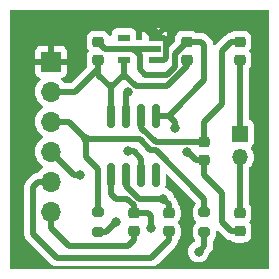
<source format=gtl>
%TF.GenerationSoftware,KiCad,Pcbnew,7.0.9*%
%TF.CreationDate,2024-04-03T22:09:18+09:00*%
%TF.ProjectId,max31855,6d617833-3138-4353-952e-6b696361645f,rev?*%
%TF.SameCoordinates,Original*%
%TF.FileFunction,Copper,L1,Top*%
%TF.FilePolarity,Positive*%
%FSLAX46Y46*%
G04 Gerber Fmt 4.6, Leading zero omitted, Abs format (unit mm)*
G04 Created by KiCad (PCBNEW 7.0.9) date 2024-04-03 22:09:18*
%MOMM*%
%LPD*%
G01*
G04 APERTURE LIST*
G04 Aperture macros list*
%AMRoundRect*
0 Rectangle with rounded corners*
0 $1 Rounding radius*
0 $2 $3 $4 $5 $6 $7 $8 $9 X,Y pos of 4 corners*
0 Add a 4 corners polygon primitive as box body*
4,1,4,$2,$3,$4,$5,$6,$7,$8,$9,$2,$3,0*
0 Add four circle primitives for the rounded corners*
1,1,$1+$1,$2,$3*
1,1,$1+$1,$4,$5*
1,1,$1+$1,$6,$7*
1,1,$1+$1,$8,$9*
0 Add four rect primitives between the rounded corners*
20,1,$1+$1,$2,$3,$4,$5,0*
20,1,$1+$1,$4,$5,$6,$7,0*
20,1,$1+$1,$6,$7,$8,$9,0*
20,1,$1+$1,$8,$9,$2,$3,0*%
G04 Aperture macros list end*
%TA.AperFunction,SMDPad,CuDef*%
%ADD10RoundRect,0.150000X-0.150000X0.825000X-0.150000X-0.825000X0.150000X-0.825000X0.150000X0.825000X0*%
%TD*%
%TA.AperFunction,SMDPad,CuDef*%
%ADD11RoundRect,0.225000X0.250000X-0.225000X0.250000X0.225000X-0.250000X0.225000X-0.250000X-0.225000X0*%
%TD*%
%TA.AperFunction,SMDPad,CuDef*%
%ADD12RoundRect,0.225000X-0.250000X0.225000X-0.250000X-0.225000X0.250000X-0.225000X0.250000X0.225000X0*%
%TD*%
%TA.AperFunction,ComponentPad*%
%ADD13R,1.350000X1.350000*%
%TD*%
%TA.AperFunction,ComponentPad*%
%ADD14O,1.350000X1.350000*%
%TD*%
%TA.AperFunction,ComponentPad*%
%ADD15R,1.700000X1.700000*%
%TD*%
%TA.AperFunction,ComponentPad*%
%ADD16O,1.700000X1.700000*%
%TD*%
%TA.AperFunction,SMDPad,CuDef*%
%ADD17RoundRect,0.218750X0.256250X-0.218750X0.256250X0.218750X-0.256250X0.218750X-0.256250X-0.218750X0*%
%TD*%
%TA.AperFunction,SMDPad,CuDef*%
%ADD18R,1.100000X0.600000*%
%TD*%
%TA.AperFunction,SMDPad,CuDef*%
%ADD19RoundRect,0.200000X0.275000X-0.200000X0.275000X0.200000X-0.275000X0.200000X-0.275000X-0.200000X0*%
%TD*%
%TA.AperFunction,ViaPad*%
%ADD20C,0.800000*%
%TD*%
%TA.AperFunction,Conductor*%
%ADD21C,0.500000*%
%TD*%
G04 APERTURE END LIST*
D10*
%TO.P,U1,1,GND*%
%TO.N,GND*%
X122905000Y-109025000D03*
%TO.P,U1,2,T-*%
%TO.N,Net-(U1-T-)*%
X121635000Y-109025000D03*
%TO.P,U1,3,T+*%
%TO.N,Net-(U1-T+)*%
X120365000Y-109025000D03*
%TO.P,U1,4,VCC*%
%TO.N,+3.3V*%
X119095000Y-109025000D03*
%TO.P,U1,5,SCK*%
%TO.N,Net-(D2-A)*%
X119095000Y-113975000D03*
%TO.P,U1,6,/CS*%
%TO.N,Net-(D1-A)*%
X120365000Y-113975000D03*
%TO.P,U1,7,DO*%
%TO.N,Net-(J1-Pin_4)*%
X121635000Y-113975000D03*
%TO.P,U1,8*%
%TO.N,N/C*%
X122905000Y-113975000D03*
%TD*%
D11*
%TO.P,FB2,1*%
%TO.N,Net-(U1-T+)*%
X130000000Y-118775000D03*
%TO.P,FB2,2*%
%TO.N,Net-(J2-Pin_2)*%
X130000000Y-117225000D03*
%TD*%
D12*
%TO.P,FB1,1*%
%TO.N,Net-(U1-T-)*%
X130000000Y-102725000D03*
%TO.P,FB1,2*%
%TO.N,Net-(J2-Pin_1)*%
X130000000Y-104275000D03*
%TD*%
%TO.P,C3,1*%
%TO.N,Net-(U1-T-)*%
X127000000Y-111225000D03*
%TO.P,C3,2*%
%TO.N,Net-(U1-T+)*%
X127000000Y-112775000D03*
%TD*%
D11*
%TO.P,C2,1*%
%TO.N,+3.3V*%
X125500000Y-104275000D03*
%TO.P,C2,2*%
%TO.N,GND*%
X125500000Y-102725000D03*
%TD*%
%TO.P,C1,1*%
%TO.N,+3.3V*%
X118000000Y-104275000D03*
%TO.P,C1,2*%
%TO.N,GND*%
X118000000Y-102725000D03*
%TD*%
D13*
%TO.P,J2,1,Pin_1*%
%TO.N,Net-(J2-Pin_1)*%
X130000000Y-110500000D03*
D14*
%TO.P,J2,2,Pin_2*%
%TO.N,Net-(J2-Pin_2)*%
X130000000Y-112500000D03*
%TD*%
D15*
%TO.P,J1,1,Pin_1*%
%TO.N,+5V*%
X114000000Y-104420000D03*
D16*
%TO.P,J1,2,Pin_2*%
%TO.N,+3.3V*%
X114000000Y-106960000D03*
%TO.P,J1,3,Pin_3*%
%TO.N,GND*%
X114000000Y-109500000D03*
%TO.P,J1,4,Pin_4*%
%TO.N,Net-(J1-Pin_4)*%
X114000000Y-112040000D03*
%TO.P,J1,5,Pin_5*%
%TO.N,Net-(D1-K)*%
X114000000Y-114580000D03*
%TO.P,J1,6,Pin_6*%
%TO.N,Net-(D2-K)*%
X114000000Y-117120000D03*
%TD*%
D17*
%TO.P,D2,1,K*%
%TO.N,Net-(D2-K)*%
X121000000Y-118787500D03*
%TO.P,D2,2,A*%
%TO.N,Net-(D2-A)*%
X121000000Y-117212500D03*
%TD*%
%TO.P,D1,1,K*%
%TO.N,Net-(D1-K)*%
X124000000Y-118787500D03*
%TO.P,D1,2,A*%
%TO.N,Net-(D1-A)*%
X124000000Y-117212500D03*
%TD*%
D18*
%TO.P,U2,1,VIN*%
%TO.N,+5V*%
X122770000Y-104293000D03*
%TO.P,U2,2,GND*%
%TO.N,GND*%
X122770000Y-103327800D03*
%TO.P,U2,3,EN*%
%TO.N,+5V*%
X122770000Y-102388000D03*
%TO.P,U2,4,BYP*%
%TO.N,unconnected-(U2-BYP-Pad4)*%
X120179200Y-102388000D03*
%TO.P,U2,5,VOUT*%
%TO.N,+3.3V*%
X120179200Y-104293000D03*
%TD*%
D19*
%TO.P,R2,1*%
%TO.N,Net-(D2-A)*%
X127000000Y-118825000D03*
%TO.P,R2,2*%
%TO.N,GND*%
X127000000Y-117175000D03*
%TD*%
%TO.P,R1,1*%
%TO.N,Net-(D1-A)*%
X118000000Y-118825000D03*
%TO.P,R1,2*%
%TO.N,GND*%
X118000000Y-117175000D03*
%TD*%
D20*
%TO.N,GND*%
X124500000Y-110000000D03*
X117000000Y-111000000D03*
%TO.N,Net-(J1-Pin_4)*%
X120500000Y-112000000D03*
X116500000Y-114000000D03*
%TO.N,Net-(D1-A)*%
X119500000Y-118000000D03*
X123500000Y-116000000D03*
%TO.N,Net-(D2-A)*%
X122500000Y-118500000D03*
X126500000Y-120500000D03*
%TO.N,Net-(U1-T+)*%
X125500000Y-112074500D03*
X120483512Y-107016488D03*
%TD*%
D21*
%TO.N,GND*%
X124500000Y-109550000D02*
X123975000Y-109025000D01*
X124500000Y-110000000D02*
X124500000Y-109550000D01*
%TO.N,Net-(J1-Pin_4)*%
X121635000Y-112635000D02*
X121635000Y-113975000D01*
X121000000Y-112000000D02*
X121635000Y-112635000D01*
X120500000Y-112000000D02*
X121000000Y-112000000D01*
X115960000Y-114000000D02*
X116500000Y-114000000D01*
X114000000Y-112040000D02*
X115960000Y-114000000D01*
%TO.N,Net-(D1-A)*%
X118000000Y-118825000D02*
X118675000Y-118825000D01*
X118675000Y-118825000D02*
X119500000Y-118000000D01*
X120365000Y-114949999D02*
X121415001Y-116000000D01*
X121415001Y-116000000D02*
X123500000Y-116000000D01*
X120365000Y-113975000D02*
X120365000Y-114949999D01*
%TO.N,Net-(D2-A)*%
X122500000Y-118500000D02*
X122500000Y-117500000D01*
X122500000Y-117500000D02*
X122212500Y-117212500D01*
X122212500Y-117212500D02*
X121000000Y-117212500D01*
X127000000Y-120000000D02*
X126500000Y-120500000D01*
X127000000Y-118825000D02*
X127000000Y-120000000D01*
%TO.N,GND*%
X123975000Y-109025000D02*
X125000000Y-108000000D01*
%TO.N,Net-(U1-T+)*%
X126275000Y-112775000D02*
X127000000Y-112775000D01*
X125574500Y-112074500D02*
X126275000Y-112775000D01*
X125500000Y-112074500D02*
X125574500Y-112074500D01*
X120483512Y-107016488D02*
X120365000Y-107135000D01*
X120365000Y-109025000D02*
X120365000Y-107135000D01*
%TO.N,GND*%
X115500000Y-109500000D02*
X114000000Y-109500000D01*
X121500000Y-111000000D02*
X117000000Y-111000000D01*
X117000000Y-111000000D02*
X115500000Y-109500000D01*
X122425000Y-111925000D02*
X121500000Y-111000000D01*
X122925000Y-111925000D02*
X122425000Y-111925000D01*
%TO.N,Net-(D1-K)*%
X112920000Y-114580000D02*
X114000000Y-114580000D01*
X112500000Y-115000000D02*
X112920000Y-114580000D01*
X112500000Y-119000000D02*
X112500000Y-115000000D01*
X114500000Y-121000000D02*
X112500000Y-119000000D01*
X124000000Y-119500000D02*
X122500000Y-121000000D01*
X124000000Y-118787500D02*
X124000000Y-119500000D01*
X122500000Y-121000000D02*
X114500000Y-121000000D01*
%TO.N,Net-(D2-K)*%
X115500000Y-120000000D02*
X114000000Y-118500000D01*
X114000000Y-118500000D02*
X114000000Y-117120000D01*
X121000000Y-119500000D02*
X120500000Y-120000000D01*
X120500000Y-120000000D02*
X115500000Y-120000000D01*
X121000000Y-118787500D02*
X121000000Y-119500000D01*
%TO.N,GND*%
X118000000Y-113500000D02*
X117000000Y-112500000D01*
X118000000Y-117175000D02*
X118000000Y-113500000D01*
X117000000Y-112500000D02*
X117000000Y-111000000D01*
X127000000Y-116000000D02*
X122925000Y-111925000D01*
X127000000Y-117175000D02*
X127000000Y-116000000D01*
%TO.N,Net-(D2-A)*%
X120425051Y-116000000D02*
X121000000Y-116574949D01*
X119500000Y-116000000D02*
X120425051Y-116000000D01*
X119095000Y-115595000D02*
X119500000Y-116000000D01*
X121000000Y-116574949D02*
X121000000Y-117212500D01*
X119095000Y-113975000D02*
X119095000Y-115595000D01*
%TO.N,Net-(D1-A)*%
X124000000Y-116500000D02*
X124000000Y-117212500D01*
X123500000Y-116000000D02*
X124000000Y-116500000D01*
%TO.N,GND*%
X123975000Y-109025000D02*
X122905000Y-109025000D01*
X127000000Y-106000000D02*
X123975000Y-109025000D01*
X126725000Y-102725000D02*
X127000000Y-103000000D01*
X127000000Y-103000000D02*
X127000000Y-106000000D01*
X125500000Y-102725000D02*
X126725000Y-102725000D01*
X124470000Y-104840000D02*
X124470000Y-103755000D01*
X124470000Y-103755000D02*
X125500000Y-102725000D01*
X123810000Y-105500000D02*
X124470000Y-104840000D01*
X121500000Y-105000000D02*
X122000000Y-105500000D01*
X120964000Y-103327800D02*
X121500000Y-103863800D01*
X121500000Y-103863800D02*
X121500000Y-105000000D01*
X120500000Y-103327800D02*
X120964000Y-103327800D01*
X122000000Y-105500000D02*
X123810000Y-105500000D01*
%TO.N,+3.3V*%
X123799949Y-106500000D02*
X121168400Y-106500000D01*
X125500000Y-104799949D02*
X123799949Y-106500000D01*
X121168400Y-106500000D02*
X120179200Y-105510800D01*
X125500000Y-104275000D02*
X125500000Y-104799949D01*
%TO.N,Net-(U1-T-)*%
X122860001Y-111225000D02*
X127000000Y-111225000D01*
X121635000Y-109999999D02*
X122860001Y-111225000D01*
X121635000Y-109025000D02*
X121635000Y-109999999D01*
X128500000Y-108000000D02*
X128500000Y-103500000D01*
X127000000Y-109500000D02*
X128500000Y-108000000D01*
X128500000Y-103500000D02*
X129275000Y-102725000D01*
X129275000Y-102725000D02*
X130000000Y-102725000D01*
X127000000Y-111225000D02*
X127000000Y-109500000D01*
%TO.N,Net-(U1-T+)*%
X127000000Y-114000000D02*
X127000000Y-112775000D01*
X128500000Y-115500000D02*
X127000000Y-114000000D01*
X129275000Y-118775000D02*
X128500000Y-118000000D01*
X128500000Y-118000000D02*
X128500000Y-115500000D01*
X130000000Y-118775000D02*
X129275000Y-118775000D01*
%TO.N,Net-(J2-Pin_2)*%
X130000000Y-112500000D02*
X130000000Y-117225000D01*
%TO.N,Net-(J2-Pin_1)*%
X130000000Y-104275000D02*
X130000000Y-110500000D01*
%TO.N,+5V*%
X122000000Y-101000000D02*
X122770000Y-101770000D01*
X117500000Y-101000000D02*
X122000000Y-101000000D01*
X122770000Y-101770000D02*
X122770000Y-102388000D01*
X116500000Y-103500000D02*
X116500000Y-102000000D01*
X116500000Y-102000000D02*
X117500000Y-101000000D01*
X115580000Y-104420000D02*
X116500000Y-103500000D01*
X114000000Y-104420000D02*
X115580000Y-104420000D01*
%TO.N,GND*%
X118602800Y-103327800D02*
X120500000Y-103327800D01*
X120500000Y-103327800D02*
X122770000Y-103327800D01*
%TO.N,+5V*%
X123770000Y-104077800D02*
X123770000Y-102577800D01*
X123770000Y-102577800D02*
X123580200Y-102388000D01*
X123580200Y-102388000D02*
X122770000Y-102388000D01*
X123554800Y-104293000D02*
X123770000Y-104077800D01*
X122770000Y-104293000D02*
X123554800Y-104293000D01*
%TO.N,+3.3V*%
X120179200Y-105510800D02*
X119095000Y-106595000D01*
X120179200Y-104293000D02*
X120179200Y-105510800D01*
X119095000Y-106595000D02*
X119095000Y-109025000D01*
X118000000Y-105000000D02*
X118000000Y-105500000D01*
X118000000Y-105500000D02*
X119095000Y-106595000D01*
X118000000Y-105000000D02*
X118000000Y-104275000D01*
X116040000Y-106960000D02*
X118000000Y-105000000D01*
X114000000Y-106960000D02*
X116040000Y-106960000D01*
%TO.N,GND*%
X118000000Y-102725000D02*
X118602800Y-103327800D01*
%TD*%
%TA.AperFunction,Conductor*%
%TO.N,+5V*%
G36*
X132442539Y-100020185D02*
G01*
X132488294Y-100072989D01*
X132499500Y-100124500D01*
X132499500Y-121875500D01*
X132479815Y-121942539D01*
X132427011Y-121988294D01*
X132375500Y-121999500D01*
X122526747Y-121999500D01*
X122484875Y-121987204D01*
X122460445Y-121998284D01*
X122443122Y-121999500D01*
X114478335Y-121999500D01*
X114447834Y-121990544D01*
X114425658Y-121999084D01*
X114415504Y-121999500D01*
X110624500Y-121999500D01*
X110557461Y-121979815D01*
X110511706Y-121927011D01*
X110500500Y-121875500D01*
X110500500Y-118978025D01*
X111744710Y-118978025D01*
X111749264Y-119030064D01*
X111749500Y-119035470D01*
X111749500Y-119043709D01*
X111753306Y-119076274D01*
X111760000Y-119152791D01*
X111761461Y-119159867D01*
X111761403Y-119159878D01*
X111763034Y-119167237D01*
X111763092Y-119167224D01*
X111764757Y-119174250D01*
X111791025Y-119246424D01*
X111815185Y-119319331D01*
X111818236Y-119325874D01*
X111818182Y-119325898D01*
X111821470Y-119332688D01*
X111821521Y-119332663D01*
X111824761Y-119339113D01*
X111824762Y-119339114D01*
X111824763Y-119339117D01*
X111843644Y-119367824D01*
X111866965Y-119403283D01*
X111907287Y-119468655D01*
X111911766Y-119474319D01*
X111911719Y-119474356D01*
X111916482Y-119480202D01*
X111916528Y-119480164D01*
X111921173Y-119485700D01*
X111977018Y-119538386D01*
X113924267Y-121485634D01*
X113936048Y-121499266D01*
X113950390Y-121518530D01*
X113990420Y-121552119D01*
X113994392Y-121555759D01*
X114000223Y-121561590D01*
X114000222Y-121561590D01*
X114022027Y-121578830D01*
X114025944Y-121581927D01*
X114084786Y-121631302D01*
X114084794Y-121631306D01*
X114090824Y-121635273D01*
X114090790Y-121635323D01*
X114097147Y-121639372D01*
X114097179Y-121639321D01*
X114103319Y-121643108D01*
X114103323Y-121643111D01*
X114138132Y-121659343D01*
X114172941Y-121675575D01*
X114191336Y-121684813D01*
X114241567Y-121710040D01*
X114241569Y-121710040D01*
X114248357Y-121712511D01*
X114248336Y-121712567D01*
X114255455Y-121715042D01*
X114255474Y-121714986D01*
X114262323Y-121717256D01*
X114262326Y-121717256D01*
X114262327Y-121717257D01*
X114337550Y-121732788D01*
X114412279Y-121750500D01*
X114419452Y-121751339D01*
X114419445Y-121751397D01*
X114435736Y-121753062D01*
X114440579Y-121754062D01*
X114444787Y-121756302D01*
X114474725Y-121751552D01*
X114510898Y-121750500D01*
X122436295Y-121750500D01*
X122454264Y-121751808D01*
X122461093Y-121752809D01*
X122482367Y-121762592D01*
X122491812Y-121756523D01*
X122515939Y-121751972D01*
X122518636Y-121751735D01*
X122530069Y-121750735D01*
X122535470Y-121750500D01*
X122543704Y-121750500D01*
X122543709Y-121750500D01*
X122555327Y-121749141D01*
X122576276Y-121746693D01*
X122589028Y-121745577D01*
X122652797Y-121739999D01*
X122652805Y-121739996D01*
X122659866Y-121738539D01*
X122659878Y-121738598D01*
X122667243Y-121736965D01*
X122667229Y-121736906D01*
X122674246Y-121735241D01*
X122674255Y-121735241D01*
X122746423Y-121708974D01*
X122819334Y-121684814D01*
X122819343Y-121684807D01*
X122825882Y-121681760D01*
X122825908Y-121681816D01*
X122832690Y-121678532D01*
X122832663Y-121678478D01*
X122839106Y-121675240D01*
X122839117Y-121675237D01*
X122903283Y-121633034D01*
X122968656Y-121592712D01*
X122968662Y-121592705D01*
X122974325Y-121588229D01*
X122974362Y-121588277D01*
X122980204Y-121583518D01*
X122980164Y-121583471D01*
X122985686Y-121578836D01*
X122985696Y-121578830D01*
X123010904Y-121552111D01*
X123038386Y-121522982D01*
X124234309Y-120327057D01*
X124485638Y-120075727D01*
X124499267Y-120063950D01*
X124518530Y-120049610D01*
X124518532Y-120049606D01*
X124518534Y-120049606D01*
X124536663Y-120027999D01*
X124552113Y-120009585D01*
X124555767Y-120005599D01*
X124561589Y-119999778D01*
X124581928Y-119974054D01*
X124587189Y-119967784D01*
X124631302Y-119915214D01*
X124631304Y-119915209D01*
X124635272Y-119909179D01*
X124635323Y-119909212D01*
X124639369Y-119902860D01*
X124639317Y-119902828D01*
X124643109Y-119896679D01*
X124643111Y-119896677D01*
X124675569Y-119827069D01*
X124710040Y-119758433D01*
X124710043Y-119758417D01*
X124712510Y-119751644D01*
X124712568Y-119751665D01*
X124715043Y-119744546D01*
X124714985Y-119744527D01*
X124717256Y-119737672D01*
X124719770Y-119725499D01*
X124732784Y-119662467D01*
X124750500Y-119587721D01*
X124750500Y-119587720D01*
X124751339Y-119580548D01*
X124751397Y-119580554D01*
X124752163Y-119573061D01*
X124752103Y-119573056D01*
X124752530Y-119568173D01*
X124752709Y-119567712D01*
X124753063Y-119564258D01*
X124754195Y-119558777D01*
X124756054Y-119559161D01*
X124777980Y-119503103D01*
X124788379Y-119491293D01*
X124805353Y-119474319D01*
X124824281Y-119455391D01*
X124912549Y-119312287D01*
X124965436Y-119152685D01*
X124975500Y-119054174D01*
X124975500Y-118520826D01*
X124965436Y-118422315D01*
X124912549Y-118262713D01*
X124912545Y-118262707D01*
X124912544Y-118262704D01*
X124824283Y-118119612D01*
X124824280Y-118119608D01*
X124792353Y-118087681D01*
X124758868Y-118026358D01*
X124763852Y-117956666D01*
X124792353Y-117912319D01*
X124801632Y-117903040D01*
X124824281Y-117880391D01*
X124912549Y-117737287D01*
X124965436Y-117577685D01*
X124975500Y-117479174D01*
X124975500Y-116945826D01*
X124965436Y-116847315D01*
X124912549Y-116687713D01*
X124912545Y-116687707D01*
X124912544Y-116687704D01*
X124824283Y-116544612D01*
X124824280Y-116544608D01*
X124782900Y-116503228D01*
X124749415Y-116441905D01*
X124747418Y-116429930D01*
X124746692Y-116423717D01*
X124746640Y-116423126D01*
X124742700Y-116378089D01*
X124739999Y-116347200D01*
X124738539Y-116340129D01*
X124738597Y-116340116D01*
X124736965Y-116332757D01*
X124736906Y-116332772D01*
X124735242Y-116325753D01*
X124735241Y-116325745D01*
X124708974Y-116253576D01*
X124684814Y-116180666D01*
X124684809Y-116180659D01*
X124681760Y-116174118D01*
X124681815Y-116174091D01*
X124678533Y-116167313D01*
X124678480Y-116167340D01*
X124675235Y-116160880D01*
X124633028Y-116096708D01*
X124592710Y-116031342D01*
X124588234Y-116025682D01*
X124588281Y-116025644D01*
X124583519Y-116019799D01*
X124583474Y-116019838D01*
X124578834Y-116014309D01*
X124578832Y-116014307D01*
X124578830Y-116014304D01*
X124548061Y-115985275D01*
X124522966Y-115961598D01*
X124458365Y-115896998D01*
X124412768Y-115851401D01*
X124382522Y-115802043D01*
X124327179Y-115631716D01*
X124232533Y-115467784D01*
X124105871Y-115327112D01*
X124105870Y-115327111D01*
X123952734Y-115215851D01*
X123952729Y-115215848D01*
X123779807Y-115138857D01*
X123779800Y-115138854D01*
X123772952Y-115137399D01*
X123711471Y-115104204D01*
X123677697Y-115043039D01*
X123679662Y-114981514D01*
X123680668Y-114978052D01*
X123702598Y-114902569D01*
X123705500Y-114865694D01*
X123705500Y-114066229D01*
X123725185Y-113999190D01*
X123777989Y-113953435D01*
X123847147Y-113943491D01*
X123910703Y-113972516D01*
X123917181Y-113978548D01*
X126213181Y-116274548D01*
X126246666Y-116335871D01*
X126249500Y-116362229D01*
X126249500Y-116408480D01*
X126229815Y-116475519D01*
X126213181Y-116496161D01*
X126169531Y-116539810D01*
X126169530Y-116539811D01*
X126081522Y-116685393D01*
X126030913Y-116847807D01*
X126024500Y-116918386D01*
X126024500Y-117431613D01*
X126030913Y-117502192D01*
X126030913Y-117502194D01*
X126030914Y-117502196D01*
X126081522Y-117664606D01*
X126138400Y-117758694D01*
X126169530Y-117810188D01*
X126271661Y-117912319D01*
X126305146Y-117973642D01*
X126300162Y-118043334D01*
X126271661Y-118087681D01*
X126169531Y-118189810D01*
X126169530Y-118189811D01*
X126081522Y-118335393D01*
X126030913Y-118497807D01*
X126024500Y-118568386D01*
X126024500Y-119081613D01*
X126030913Y-119152192D01*
X126030913Y-119152194D01*
X126030914Y-119152196D01*
X126081522Y-119314606D01*
X126136954Y-119406302D01*
X126169530Y-119460188D01*
X126181188Y-119471846D01*
X126214673Y-119533169D01*
X126209689Y-119602861D01*
X126167817Y-119658794D01*
X126143944Y-119672806D01*
X126047267Y-119715850D01*
X126047265Y-119715851D01*
X125894129Y-119827111D01*
X125767466Y-119967785D01*
X125672821Y-120131715D01*
X125672818Y-120131722D01*
X125614327Y-120311740D01*
X125614326Y-120311744D01*
X125594540Y-120500000D01*
X125614326Y-120688256D01*
X125614327Y-120688259D01*
X125672818Y-120868277D01*
X125672821Y-120868284D01*
X125767467Y-121032216D01*
X125894129Y-121172888D01*
X126047265Y-121284148D01*
X126047270Y-121284151D01*
X126220192Y-121361142D01*
X126220197Y-121361144D01*
X126405354Y-121400500D01*
X126405355Y-121400500D01*
X126594644Y-121400500D01*
X126594646Y-121400500D01*
X126779803Y-121361144D01*
X126952730Y-121284151D01*
X127105871Y-121172888D01*
X127232533Y-121032216D01*
X127327179Y-120868284D01*
X127382522Y-120697955D01*
X127412769Y-120648597D01*
X127485642Y-120575724D01*
X127499271Y-120563947D01*
X127518530Y-120549610D01*
X127552101Y-120509601D01*
X127555761Y-120505606D01*
X127561590Y-120499778D01*
X127581941Y-120474039D01*
X127587948Y-120466879D01*
X127631302Y-120415214D01*
X127631306Y-120415205D01*
X127635274Y-120409175D01*
X127635325Y-120409208D01*
X127639372Y-120402856D01*
X127639320Y-120402824D01*
X127643112Y-120396675D01*
X127675575Y-120327058D01*
X127710036Y-120258440D01*
X127710040Y-120258433D01*
X127710042Y-120258421D01*
X127712509Y-120251646D01*
X127712567Y-120251667D01*
X127715043Y-120244546D01*
X127714986Y-120244528D01*
X127717257Y-120237673D01*
X127732792Y-120162434D01*
X127740071Y-120131722D01*
X127750500Y-120087721D01*
X127750500Y-120087710D01*
X127751338Y-120080548D01*
X127751398Y-120080555D01*
X127752164Y-120073055D01*
X127752105Y-120073050D01*
X127752734Y-120065860D01*
X127752678Y-120063950D01*
X127750500Y-119989082D01*
X127750500Y-119591519D01*
X127770185Y-119524480D01*
X127786820Y-119503837D01*
X127805618Y-119485039D01*
X127830472Y-119460185D01*
X127918478Y-119314606D01*
X127969086Y-119152196D01*
X127975500Y-119081616D01*
X127975500Y-118836230D01*
X127995185Y-118769191D01*
X128047989Y-118723436D01*
X128117147Y-118713492D01*
X128180703Y-118742517D01*
X128187181Y-118748549D01*
X128699268Y-119260635D01*
X128711050Y-119274268D01*
X128718407Y-119284151D01*
X128725390Y-119293530D01*
X128765420Y-119327119D01*
X128769392Y-119330759D01*
X128774071Y-119335438D01*
X128775224Y-119336591D01*
X128775227Y-119336594D01*
X128800947Y-119356931D01*
X128859788Y-119406304D01*
X128865818Y-119410270D01*
X128865785Y-119410319D01*
X128872143Y-119414369D01*
X128872175Y-119414319D01*
X128878320Y-119418109D01*
X128878323Y-119418111D01*
X128947936Y-119450572D01*
X129016567Y-119485040D01*
X129016572Y-119485041D01*
X129023361Y-119487513D01*
X129023340Y-119487570D01*
X129030455Y-119490043D01*
X129030475Y-119489986D01*
X129037330Y-119492258D01*
X129112558Y-119507790D01*
X129187279Y-119525500D01*
X129187289Y-119525500D01*
X129194452Y-119526338D01*
X129194444Y-119526397D01*
X129201943Y-119527164D01*
X129201949Y-119527105D01*
X129210843Y-119527883D01*
X129211936Y-119528310D01*
X129216219Y-119529195D01*
X129216067Y-119529926D01*
X129275912Y-119553334D01*
X129287718Y-119563730D01*
X129296955Y-119572967D01*
X129296959Y-119572970D01*
X129441294Y-119661998D01*
X129441297Y-119661999D01*
X129441303Y-119662003D01*
X129602292Y-119715349D01*
X129701655Y-119725500D01*
X130298344Y-119725499D01*
X130298352Y-119725498D01*
X130298355Y-119725498D01*
X130352760Y-119719940D01*
X130397708Y-119715349D01*
X130558697Y-119662003D01*
X130703044Y-119572968D01*
X130822968Y-119453044D01*
X130912003Y-119308697D01*
X130965349Y-119147708D01*
X130975500Y-119048345D01*
X130975499Y-118501656D01*
X130965349Y-118402292D01*
X130912003Y-118241303D01*
X130911999Y-118241297D01*
X130911998Y-118241294D01*
X130822970Y-118096959D01*
X130822967Y-118096955D01*
X130813693Y-118087681D01*
X130780208Y-118026358D01*
X130785192Y-117956666D01*
X130813693Y-117912319D01*
X130822968Y-117903044D01*
X130912003Y-117758697D01*
X130965349Y-117597708D01*
X130975500Y-117498345D01*
X130975499Y-116951656D01*
X130974903Y-116945826D01*
X130965349Y-116852292D01*
X130965348Y-116852289D01*
X130943827Y-116787342D01*
X130912003Y-116691303D01*
X130911999Y-116691297D01*
X130911998Y-116691294D01*
X130822970Y-116546959D01*
X130822967Y-116546955D01*
X130786819Y-116510807D01*
X130753334Y-116449484D01*
X130750500Y-116423126D01*
X130750500Y-113461224D01*
X130770185Y-113394185D01*
X130790962Y-113369587D01*
X130837556Y-113327111D01*
X130872427Y-113295322D01*
X131003712Y-113121472D01*
X131100817Y-112926459D01*
X131160435Y-112716923D01*
X131180536Y-112500000D01*
X131160435Y-112283077D01*
X131100817Y-112073541D01*
X131003712Y-111878528D01*
X130922251Y-111770656D01*
X130897560Y-111705297D01*
X130912125Y-111636962D01*
X130946895Y-111596665D01*
X130994545Y-111560993D01*
X131032546Y-111532546D01*
X131118796Y-111417331D01*
X131169091Y-111282483D01*
X131175500Y-111222873D01*
X131175499Y-109777128D01*
X131169091Y-109717517D01*
X131137089Y-109631716D01*
X131118797Y-109582671D01*
X131118793Y-109582664D01*
X131032547Y-109467455D01*
X131032544Y-109467452D01*
X130917335Y-109381206D01*
X130917330Y-109381203D01*
X130831166Y-109349066D01*
X130775233Y-109307194D01*
X130750816Y-109241730D01*
X130750500Y-109232884D01*
X130750500Y-105076874D01*
X130770185Y-105009835D01*
X130786819Y-104989193D01*
X130788731Y-104987281D01*
X130822968Y-104953044D01*
X130912003Y-104808697D01*
X130965349Y-104647708D01*
X130975500Y-104548345D01*
X130975499Y-104001656D01*
X130965349Y-103902292D01*
X130912003Y-103741303D01*
X130911999Y-103741297D01*
X130911998Y-103741294D01*
X130822970Y-103596959D01*
X130822967Y-103596955D01*
X130813693Y-103587681D01*
X130780208Y-103526358D01*
X130785192Y-103456666D01*
X130813693Y-103412319D01*
X130817953Y-103408059D01*
X130822968Y-103403044D01*
X130912003Y-103258697D01*
X130965349Y-103097708D01*
X130975500Y-102998345D01*
X130975499Y-102451656D01*
X130965349Y-102352292D01*
X130912003Y-102191303D01*
X130911999Y-102191297D01*
X130911998Y-102191294D01*
X130822970Y-102046959D01*
X130822967Y-102046955D01*
X130703044Y-101927032D01*
X130703040Y-101927029D01*
X130558705Y-101838001D01*
X130558699Y-101837998D01*
X130558697Y-101837997D01*
X130558694Y-101837996D01*
X130397709Y-101784651D01*
X130298346Y-101774500D01*
X129701662Y-101774500D01*
X129701644Y-101774501D01*
X129602292Y-101784650D01*
X129602289Y-101784651D01*
X129441305Y-101837996D01*
X129441294Y-101838001D01*
X129296956Y-101927030D01*
X129296951Y-101927034D01*
X129282370Y-101941616D01*
X129221046Y-101975100D01*
X129209091Y-101977094D01*
X129203310Y-101977770D01*
X129198724Y-101978306D01*
X129165929Y-101981175D01*
X129122199Y-101985001D01*
X129115132Y-101986460D01*
X129115120Y-101986404D01*
X129107763Y-101988035D01*
X129107777Y-101988092D01*
X129100743Y-101989759D01*
X129028575Y-102016025D01*
X128955675Y-102040181D01*
X128949126Y-102043236D01*
X128949101Y-102043183D01*
X128942308Y-102046471D01*
X128942334Y-102046523D01*
X128935880Y-102049764D01*
X128871708Y-102091971D01*
X128806347Y-102132285D01*
X128800683Y-102136765D01*
X128800647Y-102136719D01*
X128794798Y-102141484D01*
X128794835Y-102141528D01*
X128789310Y-102146164D01*
X128789304Y-102146169D01*
X128789304Y-102146170D01*
X128739366Y-102199100D01*
X128736598Y-102202034D01*
X128014358Y-102924272D01*
X128000729Y-102936051D01*
X127981469Y-102950390D01*
X127963398Y-102971926D01*
X127905225Y-103010627D01*
X127835364Y-103011734D01*
X127775995Y-102974895D01*
X127745967Y-102911807D01*
X127744882Y-102903023D01*
X127739999Y-102847201D01*
X127738539Y-102840129D01*
X127738597Y-102840116D01*
X127736965Y-102832757D01*
X127736906Y-102832772D01*
X127735242Y-102825753D01*
X127735241Y-102825745D01*
X127708974Y-102753576D01*
X127684814Y-102680666D01*
X127684809Y-102680659D01*
X127681760Y-102674118D01*
X127681815Y-102674091D01*
X127678533Y-102667313D01*
X127678480Y-102667340D01*
X127675235Y-102660880D01*
X127633028Y-102596708D01*
X127592710Y-102531342D01*
X127588234Y-102525682D01*
X127588281Y-102525644D01*
X127583519Y-102519799D01*
X127583474Y-102519838D01*
X127578834Y-102514309D01*
X127578832Y-102514307D01*
X127578830Y-102514304D01*
X127548062Y-102485276D01*
X127522967Y-102461599D01*
X127300731Y-102239364D01*
X127288948Y-102225730D01*
X127274611Y-102206472D01*
X127274610Y-102206470D01*
X127234593Y-102172892D01*
X127230605Y-102169238D01*
X127224781Y-102163413D01*
X127224780Y-102163412D01*
X127224777Y-102163409D01*
X127202975Y-102146170D01*
X127199041Y-102143059D01*
X127154144Y-102105387D01*
X127140214Y-102093698D01*
X127140210Y-102093696D01*
X127140209Y-102093695D01*
X127134180Y-102089729D01*
X127134212Y-102089680D01*
X127127853Y-102085628D01*
X127127822Y-102085679D01*
X127121680Y-102081891D01*
X127121678Y-102081890D01*
X127121677Y-102081889D01*
X127082474Y-102063608D01*
X127052058Y-102049424D01*
X127017894Y-102032267D01*
X126983433Y-102014960D01*
X126983431Y-102014959D01*
X126983430Y-102014959D01*
X126976645Y-102012489D01*
X126976665Y-102012433D01*
X126969549Y-102009959D01*
X126969531Y-102010015D01*
X126962671Y-102007742D01*
X126934841Y-102001996D01*
X126887434Y-101992207D01*
X126838092Y-101980513D01*
X126812719Y-101974499D01*
X126805547Y-101973661D01*
X126805553Y-101973601D01*
X126798055Y-101972835D01*
X126798050Y-101972895D01*
X126790860Y-101972265D01*
X126714083Y-101974500D01*
X126301874Y-101974500D01*
X126234835Y-101954815D01*
X126214193Y-101938181D01*
X126203044Y-101927032D01*
X126203040Y-101927029D01*
X126058705Y-101838001D01*
X126058699Y-101837998D01*
X126058697Y-101837997D01*
X126058694Y-101837996D01*
X125897709Y-101784651D01*
X125798346Y-101774500D01*
X125201662Y-101774500D01*
X125201644Y-101774501D01*
X125102292Y-101784650D01*
X125102289Y-101784651D01*
X124941305Y-101837996D01*
X124941294Y-101838001D01*
X124796959Y-101927029D01*
X124796955Y-101927032D01*
X124677032Y-102046955D01*
X124677029Y-102046959D01*
X124588001Y-102191294D01*
X124587996Y-102191305D01*
X124534651Y-102352290D01*
X124524500Y-102451647D01*
X124524500Y-102587769D01*
X124504815Y-102654808D01*
X124488181Y-102675450D01*
X124032180Y-103131451D01*
X123970857Y-103164936D01*
X123901165Y-103159952D01*
X123845232Y-103118080D01*
X123820815Y-103052616D01*
X123820499Y-103043770D01*
X123820499Y-102979929D01*
X123820498Y-102979923D01*
X123819638Y-102971926D01*
X123814091Y-102920317D01*
X123806705Y-102900516D01*
X123801722Y-102830827D01*
X123806707Y-102813848D01*
X123813598Y-102795372D01*
X123819999Y-102735844D01*
X123820000Y-102735827D01*
X123820000Y-102040172D01*
X123819999Y-102040155D01*
X123813598Y-101980627D01*
X123813597Y-101980623D01*
X123763351Y-101845908D01*
X123721520Y-101790030D01*
X123020571Y-102490981D01*
X122959248Y-102524466D01*
X122932890Y-102527300D01*
X122607109Y-102527300D01*
X122540070Y-102507615D01*
X122519428Y-102490981D01*
X121818477Y-101790030D01*
X121776647Y-101845910D01*
X121776645Y-101845913D01*
X121726403Y-101980620D01*
X121726401Y-101980627D01*
X121720000Y-102040155D01*
X121720000Y-102453300D01*
X121700315Y-102520339D01*
X121647511Y-102566094D01*
X121596000Y-102577300D01*
X121353700Y-102577300D01*
X121286661Y-102557615D01*
X121240906Y-102504811D01*
X121229700Y-102453300D01*
X121229699Y-102040129D01*
X121229698Y-102040123D01*
X121226993Y-102014960D01*
X121224499Y-101991757D01*
X121223291Y-101980516D01*
X121172997Y-101845671D01*
X121172993Y-101845664D01*
X121086747Y-101730455D01*
X121086744Y-101730452D01*
X120971535Y-101644206D01*
X120971528Y-101644202D01*
X120836682Y-101593908D01*
X120836683Y-101593908D01*
X120781725Y-101588000D01*
X122323552Y-101588000D01*
X122770000Y-102034447D01*
X123216447Y-101588000D01*
X122323552Y-101588000D01*
X120781725Y-101588000D01*
X120777083Y-101587501D01*
X120777081Y-101587500D01*
X120777073Y-101587500D01*
X120777064Y-101587500D01*
X119581329Y-101587500D01*
X119581323Y-101587501D01*
X119521716Y-101593908D01*
X119386871Y-101644202D01*
X119386864Y-101644206D01*
X119271655Y-101730452D01*
X119271652Y-101730455D01*
X119185406Y-101845664D01*
X119185402Y-101845671D01*
X119135110Y-101980513D01*
X119135109Y-101980517D01*
X119128700Y-102040127D01*
X119128700Y-102040134D01*
X119128700Y-102040135D01*
X119128700Y-102105387D01*
X119109015Y-102172426D01*
X119056211Y-102218181D01*
X118987053Y-102228125D01*
X118923497Y-102199100D01*
X118899162Y-102170484D01*
X118822970Y-102046959D01*
X118822967Y-102046955D01*
X118703044Y-101927032D01*
X118703040Y-101927029D01*
X118558705Y-101838001D01*
X118558699Y-101837998D01*
X118558697Y-101837997D01*
X118558694Y-101837996D01*
X118397709Y-101784651D01*
X118298346Y-101774500D01*
X117701662Y-101774500D01*
X117701644Y-101774501D01*
X117602292Y-101784650D01*
X117602289Y-101784651D01*
X117441305Y-101837996D01*
X117441294Y-101838001D01*
X117296959Y-101927029D01*
X117296955Y-101927032D01*
X117177032Y-102046955D01*
X117177029Y-102046959D01*
X117088001Y-102191294D01*
X117087996Y-102191305D01*
X117034651Y-102352290D01*
X117024500Y-102451647D01*
X117024500Y-102998337D01*
X117024501Y-102998355D01*
X117034650Y-103097707D01*
X117034651Y-103097710D01*
X117087996Y-103258694D01*
X117088001Y-103258705D01*
X117177029Y-103403040D01*
X117177032Y-103403044D01*
X117186307Y-103412319D01*
X117219792Y-103473642D01*
X117214808Y-103543334D01*
X117186307Y-103587681D01*
X117177032Y-103596955D01*
X117177029Y-103596959D01*
X117088001Y-103741294D01*
X117087996Y-103741305D01*
X117034651Y-103902290D01*
X117024500Y-104001647D01*
X117024500Y-104548337D01*
X117024501Y-104548355D01*
X117034650Y-104647707D01*
X117034651Y-104647710D01*
X117074377Y-104767594D01*
X117076779Y-104837422D01*
X117044352Y-104894279D01*
X115765451Y-106173181D01*
X115704128Y-106206666D01*
X115677770Y-106209500D01*
X115187701Y-106209500D01*
X115120662Y-106189815D01*
X115086126Y-106156623D01*
X115038496Y-106088600D01*
X115038495Y-106088599D01*
X114916179Y-105966283D01*
X114882696Y-105904963D01*
X114887680Y-105835271D01*
X114929551Y-105779337D01*
X114960529Y-105762422D01*
X115092086Y-105713354D01*
X115092093Y-105713350D01*
X115207187Y-105627190D01*
X115207190Y-105627187D01*
X115293350Y-105512093D01*
X115293354Y-105512086D01*
X115343596Y-105377379D01*
X115343598Y-105377372D01*
X115349999Y-105317844D01*
X115350000Y-105317827D01*
X115350000Y-104670000D01*
X114433686Y-104670000D01*
X114459493Y-104629844D01*
X114500000Y-104491889D01*
X114500000Y-104348111D01*
X114459493Y-104210156D01*
X114433686Y-104170000D01*
X115350000Y-104170000D01*
X115350000Y-103522172D01*
X115349999Y-103522155D01*
X115343598Y-103462627D01*
X115343596Y-103462620D01*
X115293354Y-103327913D01*
X115293350Y-103327906D01*
X115207190Y-103212812D01*
X115207187Y-103212809D01*
X115092093Y-103126649D01*
X115092086Y-103126645D01*
X114957379Y-103076403D01*
X114957372Y-103076401D01*
X114897844Y-103070000D01*
X114250000Y-103070000D01*
X114250000Y-103984498D01*
X114142315Y-103935320D01*
X114035763Y-103920000D01*
X113964237Y-103920000D01*
X113857685Y-103935320D01*
X113750000Y-103984498D01*
X113750000Y-103070000D01*
X113102155Y-103070000D01*
X113042627Y-103076401D01*
X113042620Y-103076403D01*
X112907913Y-103126645D01*
X112907906Y-103126649D01*
X112792812Y-103212809D01*
X112792809Y-103212812D01*
X112706649Y-103327906D01*
X112706645Y-103327913D01*
X112656403Y-103462620D01*
X112656401Y-103462627D01*
X112650000Y-103522155D01*
X112650000Y-104170000D01*
X113566314Y-104170000D01*
X113540507Y-104210156D01*
X113500000Y-104348111D01*
X113500000Y-104491889D01*
X113540507Y-104629844D01*
X113566314Y-104670000D01*
X112650000Y-104670000D01*
X112650000Y-105317844D01*
X112656401Y-105377372D01*
X112656403Y-105377379D01*
X112706645Y-105512086D01*
X112706649Y-105512093D01*
X112792809Y-105627187D01*
X112792812Y-105627190D01*
X112907906Y-105713350D01*
X112907913Y-105713354D01*
X113039470Y-105762421D01*
X113095403Y-105804292D01*
X113119821Y-105869756D01*
X113104970Y-105938029D01*
X113083819Y-105966284D01*
X112961503Y-106088600D01*
X112825965Y-106282169D01*
X112825964Y-106282171D01*
X112736494Y-106474040D01*
X112726479Y-106495519D01*
X112726098Y-106496335D01*
X112726094Y-106496344D01*
X112664938Y-106724586D01*
X112664936Y-106724596D01*
X112644341Y-106959999D01*
X112644341Y-106960000D01*
X112664936Y-107195403D01*
X112664938Y-107195413D01*
X112726094Y-107423655D01*
X112726096Y-107423659D01*
X112726097Y-107423663D01*
X112782630Y-107544898D01*
X112825965Y-107637830D01*
X112825967Y-107637834D01*
X112961501Y-107831395D01*
X112961506Y-107831402D01*
X113128597Y-107998493D01*
X113128603Y-107998498D01*
X113314158Y-108128425D01*
X113357783Y-108183002D01*
X113364977Y-108252500D01*
X113333454Y-108314855D01*
X113314158Y-108331575D01*
X113128597Y-108461505D01*
X112961505Y-108628597D01*
X112825965Y-108822169D01*
X112825964Y-108822171D01*
X112726098Y-109036335D01*
X112726094Y-109036344D01*
X112664938Y-109264586D01*
X112664936Y-109264596D01*
X112644341Y-109499999D01*
X112644341Y-109500000D01*
X112664936Y-109735403D01*
X112664938Y-109735413D01*
X112726094Y-109963655D01*
X112726096Y-109963659D01*
X112726097Y-109963663D01*
X112785431Y-110090905D01*
X112825965Y-110177830D01*
X112825967Y-110177834D01*
X112898853Y-110281925D01*
X112959322Y-110368284D01*
X112961501Y-110371395D01*
X112961506Y-110371402D01*
X113128597Y-110538493D01*
X113128603Y-110538498D01*
X113314158Y-110668425D01*
X113357783Y-110723002D01*
X113364977Y-110792500D01*
X113333454Y-110854855D01*
X113314158Y-110871575D01*
X113128597Y-111001505D01*
X112961505Y-111168597D01*
X112825965Y-111362169D01*
X112825964Y-111362171D01*
X112726098Y-111576335D01*
X112726094Y-111576344D01*
X112664938Y-111804586D01*
X112664936Y-111804596D01*
X112644341Y-112039999D01*
X112644341Y-112040000D01*
X112664936Y-112275403D01*
X112664938Y-112275413D01*
X112726094Y-112503655D01*
X112726096Y-112503659D01*
X112726097Y-112503663D01*
X112800531Y-112663286D01*
X112825965Y-112717830D01*
X112825967Y-112717834D01*
X112961501Y-112911395D01*
X112961506Y-112911402D01*
X113128597Y-113078493D01*
X113128603Y-113078498D01*
X113314158Y-113208425D01*
X113357783Y-113263002D01*
X113364977Y-113332500D01*
X113333454Y-113394855D01*
X113314158Y-113411575D01*
X113128597Y-113541505D01*
X112961505Y-113708597D01*
X112909338Y-113783101D01*
X112854761Y-113826726D01*
X112818572Y-113835506D01*
X112767198Y-113840001D01*
X112760132Y-113841460D01*
X112760120Y-113841404D01*
X112752763Y-113843035D01*
X112752777Y-113843092D01*
X112745743Y-113844759D01*
X112673575Y-113871025D01*
X112600675Y-113895181D01*
X112594126Y-113898236D01*
X112594101Y-113898183D01*
X112587308Y-113901471D01*
X112587334Y-113901523D01*
X112580880Y-113904764D01*
X112516708Y-113946971D01*
X112451347Y-113987285D01*
X112445683Y-113991765D01*
X112445647Y-113991719D01*
X112439798Y-113996484D01*
X112439835Y-113996528D01*
X112434310Y-114001164D01*
X112434304Y-114001169D01*
X112434304Y-114001170D01*
X112404496Y-114032764D01*
X112381599Y-114057033D01*
X112014358Y-114424272D01*
X112000729Y-114436051D01*
X111981468Y-114450390D01*
X111947898Y-114490397D01*
X111944253Y-114494376D01*
X111938409Y-114500222D01*
X111918059Y-114525959D01*
X111868695Y-114584789D01*
X111864729Y-114590819D01*
X111864682Y-114590788D01*
X111860630Y-114597147D01*
X111860679Y-114597177D01*
X111856889Y-114603321D01*
X111824424Y-114672941D01*
X111789960Y-114741566D01*
X111787488Y-114748357D01*
X111787432Y-114748336D01*
X111784960Y-114755450D01*
X111785015Y-114755469D01*
X111782742Y-114762327D01*
X111774975Y-114799946D01*
X111767207Y-114837565D01*
X111755288Y-114887858D01*
X111749498Y-114912286D01*
X111748661Y-114919454D01*
X111748601Y-114919447D01*
X111747835Y-114926945D01*
X111747895Y-114926951D01*
X111747265Y-114934140D01*
X111749500Y-115010916D01*
X111749500Y-118936294D01*
X111748191Y-118954263D01*
X111744710Y-118978025D01*
X110500500Y-118978025D01*
X110500500Y-100124500D01*
X110520185Y-100057461D01*
X110572989Y-100011706D01*
X110624500Y-100000500D01*
X132375500Y-100000500D01*
X132442539Y-100020185D01*
G37*
%TD.AperFunction*%
%TD*%
M02*

</source>
